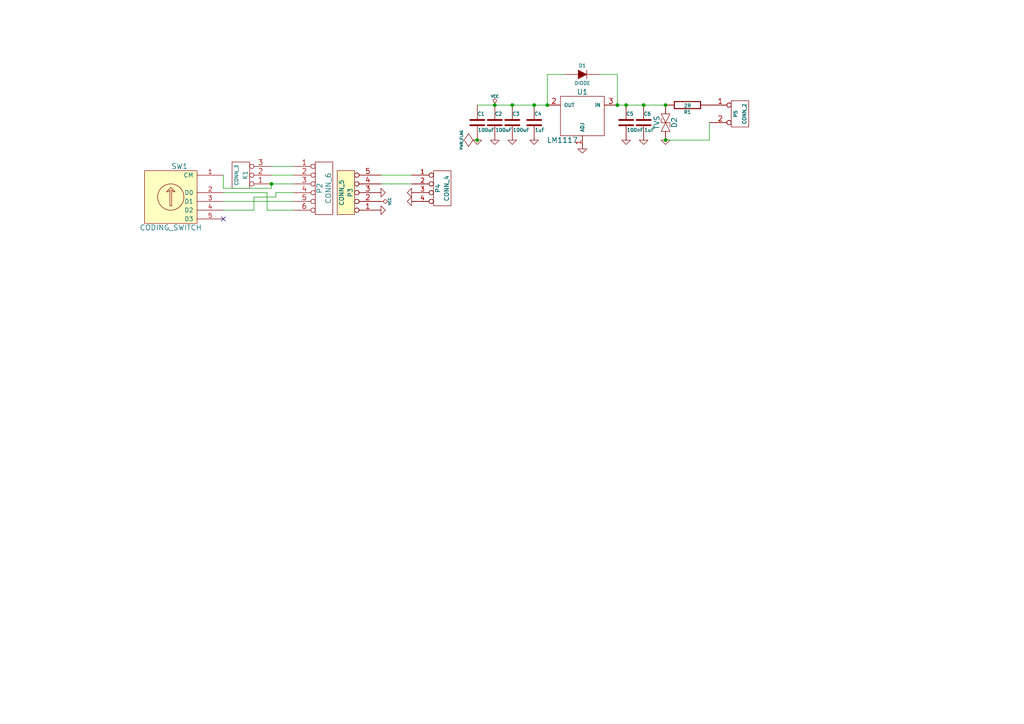
<source format=kicad_sch>
(kicad_sch (version 20230121) (generator eeschema)
  (paper "A4")
  (lib_symbols
    (symbol "fpv_sender-rescue:C" (pin_numbers hide) (pin_names (offset 0.254))
      (property "Reference" "C" (at 0 2.54 0))
      (property "Value" "C" (at 0.1524 -2.159 0))
      (symbol "C_0_1"
        (polyline (pts (xy -2.032 -0.762) (xy 2.032 -0.762)) (stroke (width 0.508)))
        (polyline (pts (xy -2.032 0.762) (xy 2.032 0.762)) (stroke (width 0.508)))
      )
      (symbol "C_1_1"
        (pin passive line (at 0 5.08 270) (length 4.318) (name "~") (number "1"))
        (pin passive line (at 0 -5.08 90) (length 4.318) (name "~") (number "2"))
      )
    )
    (symbol "fpv_sender-rescue:CODING_SWITCH" (pin_names (offset 1.016))
      (property "Reference" "SW" (at 2.54 8.89 0))
      (property "Value" "CODING_SWITCH" (at 0 -8.8646 0))
      (symbol "CODING_SWITCH_0_1"
        (polyline (pts (xy -0.254 -2.54) (xy -0.254 2.032) (xy -0.762 1.524) (xy -1.27 1.524) (xy 0 2.794) (xy 1.27 1.524) (xy 0.762 1.524) (xy 0.254 2.032) (xy 0.254 -2.54) (xy -0.254 -2.54) (xy -0.254 -2.54)))
        (circle (center 0 0) (radius 3.81))
        (rectangle (start 7.62 7.62) (end -7.62 -7.62) (fill (type background)))
      )
      (symbol "CODING_SWITCH_1_1"
        (pin passive line (at 15.24 6.35 180) (length 7.62) (name "CM") (number "1"))
        (pin passive line (at 15.24 1.27 180) (length 7.62) (name "D0") (number "2"))
        (pin passive line (at 15.24 -1.27 180) (length 7.62) (name "D1") (number "3"))
        (pin passive line (at 15.24 -3.81 180) (length 7.62) (name "D2") (number "4"))
        (pin passive line (at 15.24 -6.35 180) (length 7.62) (name "D3") (number "5"))
      )
    )
    (symbol "fpv_sender-rescue:CONN_2" (pin_names (offset 1.016) hide)
      (property "Reference" "P" (at -1.27 0 90))
      (property "Value" "CONN_2" (at 1.27 0 90))
      (symbol "CONN_2_0_1"
        (rectangle (start -2.54 3.81) (end 2.54 -3.81))
      )
      (symbol "CONN_2_1_1"
        (pin passive inverted (at -8.89 2.54 0) (length 6.35) (name "P1") (number "1"))
        (pin passive inverted (at -8.89 -2.54 0) (length 6.35) (name "PM") (number "2"))
      )
    )
    (symbol "fpv_sender-rescue:CONN_3" (pin_names (offset 1.016) hide)
      (property "Reference" "K" (at -1.27 0 90))
      (property "Value" "CONN_3" (at 1.27 0 90))
      (symbol "CONN_3_0_1"
        (rectangle (start -2.54 3.81) (end 2.54 -3.81))
      )
      (symbol "CONN_3_1_1"
        (pin passive inverted (at -8.89 2.54 0) (length 6.35) (name "P1") (number "1"))
        (pin passive inverted (at -8.89 0 0) (length 6.35) (name "PM") (number "2"))
        (pin passive inverted (at -8.89 -2.54 0) (length 6.35) (name "P3") (number "3"))
      )
    )
    (symbol "fpv_sender-rescue:CONN_4" (pin_names (offset 1.016) hide)
      (property "Reference" "P" (at -1.27 0 90))
      (property "Value" "CONN_4" (at 1.27 0 90))
      (symbol "CONN_4_0_1"
        (rectangle (start -2.54 5.08) (end 2.54 -5.08))
      )
      (symbol "CONN_4_1_1"
        (pin passive inverted (at -8.89 3.81 0) (length 6.35) (name "P1") (number "1"))
        (pin passive inverted (at -8.89 1.27 0) (length 6.35) (name "P2") (number "2"))
        (pin passive inverted (at -8.89 -1.27 0) (length 6.35) (name "P3") (number "3"))
        (pin passive inverted (at -8.89 -3.81 0) (length 6.35) (name "P4") (number "4"))
      )
    )
    (symbol "fpv_sender-rescue:CONN_5" (pin_names (offset 1.016))
      (property "Reference" "P" (at -1.27 0 90))
      (property "Value" "CONN_5" (at 1.27 0 90))
      (symbol "CONN_5_0_1"
        (rectangle (start -2.54 6.35) (end 2.54 -6.35) (fill (type background)))
      )
      (symbol "CONN_5_1_1"
        (pin passive inverted (at -10.16 5.08 0) (length 7.62) (name "~") (number "1"))
        (pin passive inverted (at -10.16 2.54 0) (length 7.62) (name "~") (number "2"))
        (pin passive inverted (at -10.16 0 0) (length 7.62) (name "~") (number "3"))
        (pin passive inverted (at -10.16 -2.54 0) (length 7.62) (name "~") (number "4"))
        (pin passive inverted (at -10.16 -5.08 0) (length 7.62) (name "~") (number "5"))
      )
    )
    (symbol "fpv_sender-rescue:CONN_6" (pin_names (offset 0.762) hide)
      (property "Reference" "P" (at -1.27 0 90))
      (property "Value" "CONN_6" (at 1.27 0 90))
      (symbol "CONN_6_0_1"
        (rectangle (start -2.54 7.62) (end 2.54 -7.62))
      )
      (symbol "CONN_6_1_1"
        (pin passive inverted (at -8.89 6.35 0) (length 6.35) (name "1") (number "1"))
        (pin passive inverted (at -8.89 3.81 0) (length 6.35) (name "2") (number "2"))
        (pin passive inverted (at -8.89 1.27 0) (length 6.35) (name "3") (number "3"))
        (pin passive inverted (at -8.89 -1.27 0) (length 6.35) (name "4") (number "4"))
        (pin passive inverted (at -8.89 -3.81 0) (length 6.35) (name "5") (number "5"))
        (pin passive inverted (at -8.89 -6.35 0) (length 6.35) (name "6") (number "6"))
      )
    )
    (symbol "fpv_sender-rescue:DIODE" (pin_numbers hide) (pin_names (offset 1.016) hide)
      (property "Reference" "D" (at 0 2.54 0))
      (property "Value" "DIODE" (at 0 -2.54 0))
      (symbol "DIODE_0_1"
        (polyline (pts (xy 1.27 1.27) (xy 1.27 -1.27)) (stroke (width 0.1524)))
        (polyline (pts (xy -1.27 1.27) (xy 1.27 0) (xy -1.27 -1.27)) (fill (type outline)))
      )
      (symbol "DIODE_1_1"
        (pin passive line (at -5.08 0 0) (length 3.81) (name "A") (number "1"))
        (pin passive line (at 5.08 0 180) (length 3.81) (name "K") (number "2"))
      )
    )
    (symbol "fpv_sender-rescue:GND" (power) (pin_names (offset 0))
      (symbol "GND_0_1"
        (polyline (pts (xy -1.27 0) (xy 0 -1.27) (xy 1.27 0) (xy -1.27 0)))
      )
      (symbol "GND_1_1"
        (pin power_in line (at 0 0 90) (length 0) hide (name "GND") (number "1"))
      )
    )
    (symbol "fpv_sender-rescue:LM317_SOT223" (pin_names (offset 1.016))
      (property "Reference" "U" (at 0 7.62 0))
      (property "Value" "LM317_SOT223" (at 1.27 -6.35 0))
      (symbol "LM317_SOT223_0_1"
        (rectangle (start -6.35 6.35) (end 6.35 -5.08))
      )
      (symbol "LM317_SOT223_1_1"
        (pin input line (at 0 -8.89 90) (length 3.81) (name "ADJ") (number "1"))
        (pin power_out line (at 10.16 3.81 180) (length 3.81) (name "OUT") (number "2"))
        (pin input line (at -10.16 3.81 0) (length 3.81) (name "IN") (number "3"))
      )
    )
    (symbol "fpv_sender-rescue:PWR_FLAG" (power) (pin_numbers hide) (pin_names (offset 0) hide)
      (property "Value" "PWR_FLAG" (at 0 4.572 0))
      (symbol "PWR_FLAG_0_0"
        (pin power_out line (at 0 0 90) (length 0) (name "pwr") (number "1"))
      )
      (symbol "PWR_FLAG_0_1"
        (polyline (pts (xy 0 0) (xy 0 1.27) (xy -1.905 2.54) (xy 0 3.81) (xy 1.905 2.54) (xy 0 1.27)))
      )
    )
    (symbol "fpv_sender-rescue:R" (pin_numbers hide) (pin_names (offset 0))
      (property "Reference" "R" (at 2.032 0 90))
      (property "Value" "R" (at 0.1778 0.0254 90))
      (symbol "R_0_1"
        (rectangle (start -1.016 3.81) (end 1.016 -3.81) (stroke (width 0.3048)))
      )
      (symbol "R_1_1"
        (pin passive line (at 0 6.35 270) (length 2.54) (name "~") (number "1"))
        (pin passive line (at 0 -6.35 90) (length 2.54) (name "~") (number "2"))
      )
    )
    (symbol "fpv_sender-rescue:TVS" (pin_numbers hide) (pin_names (offset 1.016))
      (property "Reference" "D" (at 0 2.54 0))
      (property "Value" "TVS" (at 0 -2.54 0))
      (symbol "TVS_0_1"
        (polyline (pts (xy -2.54 1.27) (xy -2.54 -1.27) (xy 0 0) (xy -2.54 1.27)))
        (polyline (pts (xy 0 0) (xy 2.54 1.27) (xy 2.54 -1.27) (xy 0 0)))
        (polyline (pts (xy 1.27 1.27) (xy 0 1.27) (xy 0 -1.27) (xy -1.27 -1.27)))
      )
      (symbol "TVS_1_1"
        (pin input line (at -5.08 0 0) (length 2.54) (name "~") (number "1"))
        (pin input line (at 5.08 0 180) (length 2.54) (name "~") (number "2"))
      )
    )
    (symbol "fpv_sender-rescue:VCC" (power) (pin_names (offset 0))
      (property "Value" "VCC" (at 0 2.54 0))
      (symbol "VCC_0_0"
        (pin power_in line (at 0 0 90) (length 0) hide (name "VCC") (number "1"))
      )
      (symbol "VCC_0_1"
        (polyline (pts (xy 0 0) (xy 0 0.762) (xy 0 0.762)))
        (circle (center 0 1.27) (radius 0.508))
      )
    )
  )
  (junction (at 181.61 30.48))
  (junction (at 78.74 53.34))
  (junction (at 154.94 30.48))
  (junction (at 148.59 30.48))
  (junction (at 193.04 30.48))
  (junction (at 186.69 30.48))
  (junction (at 179.07 30.48))
  (junction (at 143.51 30.48))
  (junction (at 158.75 30.48))
  (junction (at 138.43 40.64))
  (junction (at 193.04 40.64))
  (no_connect (at 64.77 63.5))
  (wire (pts (xy 78.74 48.26) (xy 85.09 48.26)))
  (wire (pts (xy 77.47 55.88) (xy 77.47 60.96)))
  (wire (pts (xy 110.49 53.34) (xy 119.38 53.34)))
  (wire (pts (xy 64.77 60.96) (xy 73.66 60.96)))
  (wire (pts (xy 64.77 55.88) (xy 77.47 55.88)))
  (wire (pts (xy 80.01 57.15) (xy 80.01 55.88)))
  (wire (pts (xy 163.83 21.59) (xy 158.75 21.59)))
  (wire (pts (xy 64.77 50.8) (xy 64.77 54.61)))
  (wire (pts (xy 80.01 55.88) (xy 85.09 55.88)))
  (wire (pts (xy 77.47 60.96) (xy 85.09 60.96)))
  (wire (pts (xy 181.61 30.48) (xy 186.69 30.48)))
  (wire (pts (xy 110.49 50.8) (xy 119.38 50.8)))
  (wire (pts (xy 138.43 30.48) (xy 143.51 30.48)))
  (wire (pts (xy 158.75 21.59) (xy 158.75 30.48)))
  (wire (pts (xy 179.07 21.59) (xy 179.07 30.48)))
  (wire (pts (xy 148.59 30.48) (xy 154.94 30.48)))
  (wire (pts (xy 173.99 21.59) (xy 179.07 21.59)))
  (wire (pts (xy 154.94 30.48) (xy 158.75 30.48)))
  (wire (pts (xy 78.74 54.61) (xy 78.74 53.34)))
  (wire (pts (xy 193.04 40.64) (xy 205.74 40.64)))
  (wire (pts (xy 78.74 50.8) (xy 85.09 50.8)))
  (wire (pts (xy 179.07 30.48) (xy 181.61 30.48)))
  (wire (pts (xy 73.66 60.96) (xy 73.66 57.15)))
  (wire (pts (xy 73.66 57.15) (xy 80.01 57.15)))
  (wire (pts (xy 64.77 58.42) (xy 85.09 58.42)))
  (wire (pts (xy 186.69 30.48) (xy 193.04 30.48)))
  (wire (pts (xy 78.74 53.34) (xy 85.09 53.34)))
  (wire (pts (xy 205.74 40.64) (xy 205.74 35.56)))
  (wire (pts (xy 143.51 30.48) (xy 148.59 30.48)))
  (wire (pts (xy 64.77 54.61) (xy 78.74 54.61)))
  (symbol (lib_id "fpv_sender-rescue:CONN_5") (at 100.33 55.88 180) (unit 1)
    (property "Reference" "P3" (at 101.6 55.88 90))
    (property "Value" "CONN_5" (at 99.06 55.88 90))
  )
  (symbol (lib_id "fpv_sender-rescue:CONN_6") (at 93.98 54.61 0) (unit 1)
    (property "Reference" "P2" (at 92.71 54.61 90) (effects (font (size 1.524 1.524))))
    (property "Value" "CONN_6" (at 95.25 54.61 90) (effects (font (size 1.524 1.524))))
  )
  (symbol (lib_id "fpv_sender-rescue:GND") (at 110.49 60.96 90) (unit 1)
    (property "Reference" "#PWR01" (effects hide))
    (property "Value" "GND" (effects hide))
  )
  (symbol (lib_id "fpv_sender-rescue:GND") (at 110.49 55.88 90) (unit 1)
    (property "Reference" "#PWR02" (effects hide))
    (property "Value" "GND" (effects hide))
  )
  (symbol (lib_id "fpv_sender-rescue:VCC") (at 110.49 58.42 270) (unit 1)
    (property "Reference" "#PWR03" (effects hide))
    (property "Value" "VCC" (at 113.03 58.42 0) (effects (font (size 0.762 0.762))))
  )
  (symbol (lib_id "fpv_sender-rescue:CONN_4") (at 128.27 54.61 0) (unit 1)
    (property "Reference" "P4" (at 127 54.61 90))
    (property "Value" "CONN_4" (at 129.54 54.61 90))
  )
  (symbol (lib_id "fpv_sender-rescue:GND") (at 119.38 55.88 270) (unit 1)
    (property "Reference" "#PWR04" (effects hide))
    (property "Value" "GND" (effects hide))
  )
  (symbol (lib_id "fpv_sender-rescue:GND") (at 119.38 58.42 270) (unit 1)
    (property "Reference" "#PWR05" (effects hide))
    (property "Value" "GND" (effects hide))
  )
  (symbol (lib_id "fpv_sender-rescue:LM317_SOT223") (at 168.91 34.29 0) (mirror y) (unit 1)
    (property "Reference" "U1" (at 168.91 26.67 0) (effects (font (size 1.524 1.524))))
    (property "Value" "LM1117" (at 167.64 40.64 0) (effects (font (size 1.524 1.524)) (justify left)))
  )
  (symbol (lib_id "fpv_sender-rescue:C") (at 154.94 35.56 0) (unit 1)
    (property "Reference" "C4" (at 154.94 33.02 0) (effects (font (size 1.016 1.016)) (justify left)))
    (property "Value" "1uF" (at 155.0924 37.719 0) (effects (font (size 1.016 1.016)) (justify left)))
  )
  (symbol (lib_id "fpv_sender-rescue:C") (at 148.59 35.56 0) (unit 1)
    (property "Reference" "C3" (at 148.59 33.02 0) (effects (font (size 1.016 1.016)) (justify left)))
    (property "Value" "100uF" (at 148.7424 37.719 0) (effects (font (size 1.016 1.016)) (justify left)))
  )
  (symbol (lib_id "fpv_sender-rescue:GND") (at 148.59 40.64 0) (unit 1)
    (property "Reference" "#PWR06" (effects hide))
    (property "Value" "GND" (effects hide))
  )
  (symbol (lib_id "fpv_sender-rescue:GND") (at 154.94 40.64 0) (unit 1)
    (property "Reference" "#PWR07" (effects hide))
    (property "Value" "GND" (effects hide))
  )
  (symbol (lib_id "fpv_sender-rescue:GND") (at 143.51 40.64 0) (unit 1)
    (property "Reference" "#PWR08" (effects hide))
    (property "Value" "GND" (effects hide))
  )
  (symbol (lib_id "fpv_sender-rescue:DIODE") (at 168.91 21.59 0) (unit 1)
    (property "Reference" "D1" (at 168.91 19.05 0) (effects (font (size 1.016 1.016))))
    (property "Value" "DIODE" (at 168.91 24.13 0) (effects (font (size 1.016 1.016))))
  )
  (symbol (lib_id "fpv_sender-rescue:GND") (at 168.91 43.18 0) (unit 1)
    (property "Reference" "#PWR09" (effects hide))
    (property "Value" "GND" (effects hide))
  )
  (symbol (lib_id "fpv_sender-rescue:C") (at 181.61 35.56 0) (unit 1)
    (property "Reference" "C5" (at 181.61 33.02 0) (effects (font (size 1.016 1.016)) (justify left)))
    (property "Value" "100nF" (at 181.7624 37.719 0) (effects (font (size 1.016 1.016)) (justify left)))
  )
  (symbol (lib_id "fpv_sender-rescue:GND") (at 181.61 40.64 0) (unit 1)
    (property "Reference" "#PWR010" (effects hide))
    (property "Value" "GND" (effects hide))
  )
  (symbol (lib_id "fpv_sender-rescue:VCC") (at 143.51 30.48 0) (unit 1)
    (property "Reference" "#PWR011" (effects hide))
    (property "Value" "VCC" (at 143.51 27.94 0) (effects (font (size 0.762 0.762))))
  )
  (symbol (lib_id "fpv_sender-rescue:GND") (at 138.43 40.64 0) (unit 1)
    (property "Reference" "#PWR012" (effects hide))
    (property "Value" "GND" (effects hide))
  )
  (symbol (lib_id "fpv_sender-rescue:R") (at 199.39 30.48 270) (unit 1)
    (property "Reference" "R1" (at 199.39 32.512 90) (effects (font (size 1.016 1.016))))
    (property "Value" "2R" (at 199.4154 30.6578 90) (effects (font (size 1.016 1.016))))
  )
  (symbol (lib_id "fpv_sender-rescue:C") (at 186.69 35.56 0) (unit 1)
    (property "Reference" "C6" (at 186.69 33.02 0) (effects (font (size 1.016 1.016)) (justify left)))
    (property "Value" "1uF" (at 186.8424 37.719 0) (effects (font (size 1.016 1.016)) (justify left)))
  )
  (symbol (lib_id "fpv_sender-rescue:GND") (at 186.69 40.64 0) (unit 1)
    (property "Reference" "#PWR013" (effects hide))
    (property "Value" "GND" (effects hide))
  )
  (symbol (lib_id "fpv_sender-rescue:C") (at 143.51 35.56 0) (unit 1)
    (property "Reference" "C2" (at 143.51 33.02 0) (effects (font (size 1.016 1.016)) (justify left)))
    (property "Value" "100uF" (at 143.6624 37.719 0) (effects (font (size 1.016 1.016)) (justify left)))
  )
  (symbol (lib_id "fpv_sender-rescue:C") (at 138.43 35.56 0) (unit 1)
    (property "Reference" "C1" (at 138.43 33.02 0) (effects (font (size 1.016 1.016)) (justify left)))
    (property "Value" "100uF" (at 138.5824 37.719 0) (effects (font (size 1.016 1.016)) (justify left)))
  )
  (symbol (lib_id "fpv_sender-rescue:TVS") (at 193.04 35.56 270) (unit 1)
    (property "Reference" "D2" (at 195.58 35.56 0) (effects (font (size 1.524 1.524))))
    (property "Value" "TVS" (at 190.5 35.56 0) (effects (font (size 1.524 1.524))))
  )
  (symbol (lib_id "fpv_sender-rescue:GND") (at 193.04 40.64 0) (unit 1)
    (property "Reference" "#PWR014" (effects hide))
    (property "Value" "GND" (effects hide))
  )
  (symbol (lib_id "fpv_sender-rescue:PWR_FLAG") (at 138.43 40.64 90) (unit 1)
    (property "Reference" "#FLG015" (effects hide))
    (property "Value" "PWR_FLAG" (at 133.858 40.64 0) (effects (font (size 0.762 0.762))))
  )
  (symbol (lib_id "fpv_sender-rescue:CONN_2") (at 214.63 33.02 0) (unit 1)
    (property "Reference" "P5" (at 213.36 33.02 90) (effects (font (size 1.016 1.016))))
    (property "Value" "CONN_2" (at 215.9 33.02 90) (effects (font (size 1.016 1.016))))
  )
  (symbol (lib_id "fpv_sender-rescue:CODING_SWITCH") (at 49.53 57.15 0) (unit 1)
    (property "Reference" "SW1" (at 52.07 48.26 0) (effects (font (size 1.524 1.524))))
    (property "Value" "CODING_SWITCH" (at 49.53 66.0146 0) (effects (font (size 1.524 1.524))))
  )
  (symbol (lib_id "fpv_sender-rescue:CONN_3") (at 69.85 50.8 180) (unit 1)
    (property "Reference" "K1" (at 71.12 50.8 90))
    (property "Value" "CONN_3" (at 68.58 50.8 90) (effects (font (size 1.016 1.016))))
  )
)
</source>
